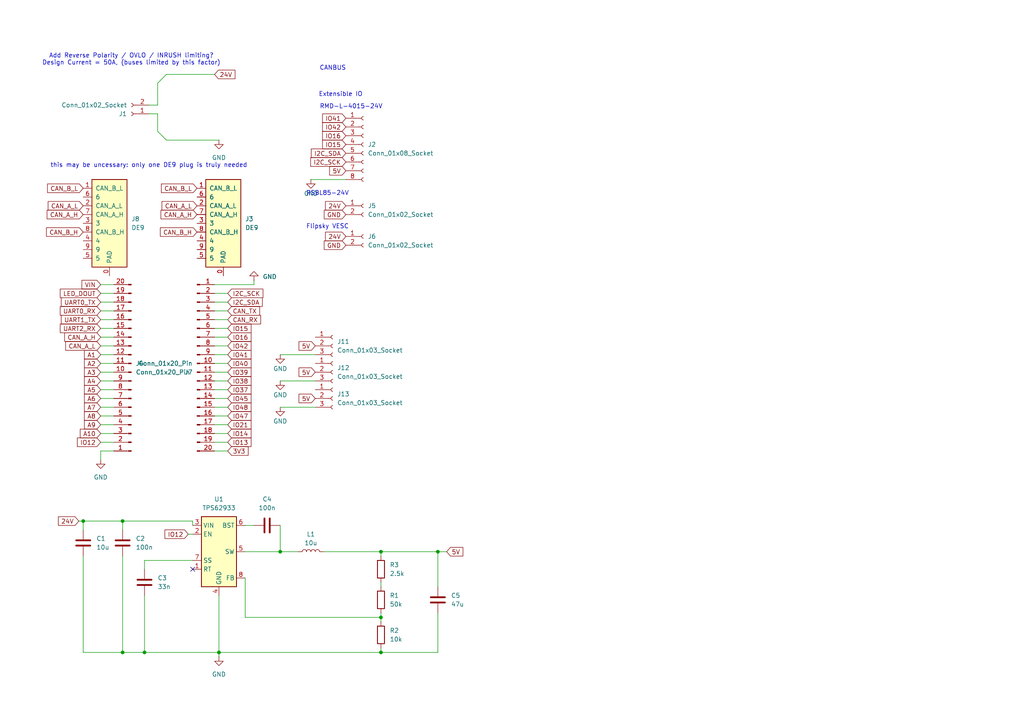
<source format=kicad_sch>
(kicad_sch (version 20250114) (generator "eeschema") (generator_version "9.0")
  (paper "A4")
  (lib_symbols
    (symbol "Connector:Conn_01x02_Socket" (pin_names (offset 1.016) (hide yes))
      (property "Reference" "J" (at 0 2.54 0))
      (property "Value" "Conn_01x02_Socket" (at 0 -5.08 0))
      (symbol "Conn_01x02_Socket_1_1"
        (polyline (pts (xy -1.27 0) (xy -0.508 0)) (stroke (width 0.1524)))
        (polyline (pts (xy -1.27 -2.54) (xy -0.508 -2.54)) (stroke (width 0.1524)))
        (arc (start 0 -0.508) (mid -0.5058 0) (end 0 0.508) (stroke (width 0.1524)))
        (arc (start 0 -3.048) (mid -0.5058 -2.54) (end 0 -2.032) (stroke (width 0.1524)))
        (pin passive line (at -5.08 0 0) (length 3.81) (name "Pin_1") (number "1"))
        (pin passive line (at -5.08 -2.54 0) (length 3.81) (name "Pin_2") (number "2"))
      )
    )
    (symbol "Connector:Conn_01x03_Socket" (pin_names (offset 1.016) (hide yes))
      (property "Reference" "J" (at 0 5.08 0))
      (property "Value" "Conn_01x03_Socket" (at 0 -5.08 0))
      (symbol "Conn_01x03_Socket_1_1"
        (polyline (pts (xy -1.27 2.54) (xy -0.508 2.54)) (stroke (width 0.1524)))
        (polyline (pts (xy -1.27 0) (xy -0.508 0)) (stroke (width 0.1524)))
        (polyline (pts (xy -1.27 -2.54) (xy -0.508 -2.54)) (stroke (width 0.1524)))
        (arc (start 0 2.032) (mid -0.5058 2.54) (end 0 3.048) (stroke (width 0.1524)))
        (arc (start 0 -0.508) (mid -0.5058 0) (end 0 0.508) (stroke (width 0.1524)))
        (arc (start 0 -3.048) (mid -0.5058 -2.54) (end 0 -2.032) (stroke (width 0.1524)))
        (pin passive line (at -5.08 2.54 0) (length 3.81) (name "Pin_1") (number "1"))
        (pin passive line (at -5.08 0 0) (length 3.81) (name "Pin_2") (number "2"))
        (pin passive line (at -5.08 -2.54 0) (length 3.81) (name "Pin_3") (number "3"))
      )
    )
    (symbol "Connector:Conn_01x08_Socket" (pin_names (offset 1.016) (hide yes))
      (property "Reference" "J" (at 0 10.16 0))
      (property "Value" "Conn_01x08_Socket" (at 0 -12.7 0))
      (symbol "Conn_01x08_Socket_1_1"
        (polyline (pts (xy -1.27 7.62) (xy -0.508 7.62)) (stroke (width 0.1524)))
        (polyline (pts (xy -1.27 5.08) (xy -0.508 5.08)) (stroke (width 0.1524)))
        (polyline (pts (xy -1.27 2.54) (xy -0.508 2.54)) (stroke (width 0.1524)))
        (polyline (pts (xy -1.27 0) (xy -0.508 0)) (stroke (width 0.1524)))
        (polyline (pts (xy -1.27 -2.54) (xy -0.508 -2.54)) (stroke (width 0.1524)))
        (polyline (pts (xy -1.27 -5.08) (xy -0.508 -5.08)) (stroke (width 0.1524)))
        (polyline (pts (xy -1.27 -7.62) (xy -0.508 -7.62)) (stroke (width 0.1524)))
        (polyline (pts (xy -1.27 -10.16) (xy -0.508 -10.16)) (stroke (width 0.1524)))
        (arc (start 0 7.112) (mid -0.5058 7.62) (end 0 8.128) (stroke (width 0.1524)))
        (arc (start 0 4.572) (mid -0.5058 5.08) (end 0 5.588) (stroke (width 0.1524)))
        (arc (start 0 2.032) (mid -0.5058 2.54) (end 0 3.048) (stroke (width 0.1524)))
        (arc (start 0 -0.508) (mid -0.5058 0) (end 0 0.508) (stroke (width 0.1524)))
        (arc (start 0 -3.048) (mid -0.5058 -2.54) (end 0 -2.032) (stroke (width 0.1524)))
        (arc (start 0 -5.588) (mid -0.5058 -5.08) (end 0 -4.572) (stroke (width 0.1524)))
        (arc (start 0 -8.128) (mid -0.5058 -7.62) (end 0 -7.112) (stroke (width 0.1524)))
        (arc (start 0 -10.668) (mid -0.5058 -10.16) (end 0 -9.652) (stroke (width 0.1524)))
        (pin passive line (at -5.08 7.62 0) (length 3.81) (name "Pin_1") (number "1"))
        (pin passive line (at -5.08 5.08 0) (length 3.81) (name "Pin_2") (number "2"))
        (pin passive line (at -5.08 2.54 0) (length 3.81) (name "Pin_3") (number "3"))
        (pin passive line (at -5.08 0 0) (length 3.81) (name "Pin_4") (number "4"))
        (pin passive line (at -5.08 -2.54 0) (length 3.81) (name "Pin_5") (number "5"))
        (pin passive line (at -5.08 -5.08 0) (length 3.81) (name "Pin_6") (number "6"))
        (pin passive line (at -5.08 -7.62 0) (length 3.81) (name "Pin_7") (number "7"))
        (pin passive line (at -5.08 -10.16 0) (length 3.81) (name "Pin_8") (number "8"))
      )
    )
    (symbol "Connector:Conn_01x20_Pin" (pin_names (offset 1.016) (hide yes))
      (property "Reference" "J" (at 0 25.4 0))
      (property "Value" "Conn_01x20_Pin" (at 0 -27.94 0))
      (symbol "Conn_01x20_Pin_1_1"
        (rectangle (start 0.8636 22.987) (end 0 22.733) (stroke (width 0.1524)) (fill (type outline)))
        (rectangle (start 0.8636 20.447) (end 0 20.193) (stroke (width 0.1524)) (fill (type outline)))
        (rectangle (start 0.8636 17.907) (end 0 17.653) (stroke (width 0.1524)) (fill (type outline)))
        (rectangle (start 0.8636 15.367) (end 0 15.113) (stroke (width 0.1524)) (fill (type outline)))
        (rectangle (start 0.8636 12.827) (end 0 12.573) (stroke (width 0.1524)) (fill (type outline)))
        (rectangle (start 0.8636 10.287) (end 0 10.033) (stroke (width 0.1524)) (fill (type outline)))
        (rectangle (start 0.8636 7.747) (end 0 7.493) (stroke (width 0.1524)) (fill (type outline)))
        (rectangle (start 0.8636 5.207) (end 0 4.953) (stroke (width 0.1524)) (fill (type outline)))
        (rectangle (start 0.8636 2.667) (end 0 2.413) (stroke (width 0.1524)) (fill (type outline)))
        (rectangle (start 0.8636 0.127) (end 0 -0.127) (stroke (width 0.1524)) (fill (type outline)))
        (rectangle (start 0.8636 -2.413) (end 0 -2.667) (stroke (width 0.1524)) (fill (type outline)))
        (rectangle (start 0.8636 -4.953) (end 0 -5.207) (stroke (width 0.1524)) (fill (type outline)))
        (rectangle (start 0.8636 -7.493) (end 0 -7.747) (stroke (width 0.1524)) (fill (type outline)))
        (rectangle (start 0.8636 -10.033) (end 0 -10.287) (stroke (width 0.1524)) (fill (type outline)))
        (rectangle (start 0.8636 -12.573) (end 0 -12.827) (stroke (width 0.1524)) (fill (type outline)))
        (rectangle (start 0.8636 -15.113) (end 0 -15.367) (stroke (width 0.1524)) (fill (type outline)))
        (rectangle (start 0.8636 -17.653) (end 0 -17.907) (stroke (width 0.1524)) (fill (type outline)))
        (rectangle (start 0.8636 -20.193) (end 0 -20.447) (stroke (width 0.1524)) (fill (type outline)))
        (rectangle (start 0.8636 -22.733) (end 0 -22.987) (stroke (width 0.1524)) (fill (type outline)))
        (rectangle (start 0.8636 -25.273) (end 0 -25.527) (stroke (width 0.1524)) (fill (type outline)))
        (polyline (pts (xy 1.27 22.86) (xy 0.8636 22.86)) (stroke (width 0.1524)))
        (polyline (pts (xy 1.27 20.32) (xy 0.8636 20.32)) (stroke (width 0.1524)))
        (polyline (pts (xy 1.27 17.78) (xy 0.8636 17.78)) (stroke (width 0.1524)))
        (polyline (pts (xy 1.27 15.24) (xy 0.8636 15.24)) (stroke (width 0.1524)))
        (polyline (pts (xy 1.27 12.7) (xy 0.8636 12.7)) (stroke (width 0.1524)))
        (polyline (pts (xy 1.27 10.16) (xy 0.8636 10.16)) (stroke (width 0.1524)))
        (polyline (pts (xy 1.27 7.62) (xy 0.8636 7.62)) (stroke (width 0.1524)))
        (polyline (pts (xy 1.27 5.08) (xy 0.8636 5.08)) (stroke (width 0.1524)))
        (polyline (pts (xy 1.27 2.54) (xy 0.8636 2.54)) (stroke (width 0.1524)))
        (polyline (pts (xy 1.27 0) (xy 0.8636 0)) (stroke (width 0.1524)))
        (polyline (pts (xy 1.27 -2.54) (xy 0.8636 -2.54)) (stroke (width 0.1524)))
        (polyline (pts (xy 1.27 -5.08) (xy 0.8636 -5.08)) (stroke (width 0.1524)))
        (polyline (pts (xy 1.27 -7.62) (xy 0.8636 -7.62)) (stroke (width 0.1524)))
        (polyline (pts (xy 1.27 -10.16) (xy 0.8636 -10.16)) (stroke (width 0.1524)))
        (polyline (pts (xy 1.27 -12.7) (xy 0.8636 -12.7)) (stroke (width 0.1524)))
        (polyline (pts (xy 1.27 -15.24) (xy 0.8636 -15.24)) (stroke (width 0.1524)))
        (polyline (pts (xy 1.27 -17.78) (xy 0.8636 -17.78)) (stroke (width 0.1524)))
        (polyline (pts (xy 1.27 -20.32) (xy 0.8636 -20.32)) (stroke (width 0.1524)))
        (polyline (pts (xy 1.27 -22.86) (xy 0.8636 -22.86)) (stroke (width 0.1524)))
        (polyline (pts (xy 1.27 -25.4) (xy 0.8636 -25.4)) (stroke (width 0.1524)))
        (pin passive line (at 5.08 22.86 180) (length 3.81) (name "Pin_1") (number "1"))
        (pin passive line (at 5.08 20.32 180) (length 3.81) (name "Pin_2") (number "2"))
        (pin passive line (at 5.08 17.78 180) (length 3.81) (name "Pin_3") (number "3"))
        (pin passive line (at 5.08 15.24 180) (length 3.81) (name "Pin_4") (number "4"))
        (pin passive line (at 5.08 12.7 180) (length 3.81) (name "Pin_5") (number "5"))
        (pin passive line (at 5.08 10.16 180) (length 3.81) (name "Pin_6") (number "6"))
        (pin passive line (at 5.08 7.62 180) (length 3.81) (name "Pin_7") (number "7"))
        (pin passive line (at 5.08 5.08 180) (length 3.81) (name "Pin_8") (number "8"))
        (pin passive line (at 5.08 2.54 180) (length 3.81) (name "Pin_9") (number "9"))
        (pin passive line (at 5.08 0 180) (length 3.81) (name "Pin_10") (number "10"))
        (pin passive line (at 5.08 -2.54 180) (length 3.81) (name "Pin_11") (number "11"))
        (pin passive line (at 5.08 -5.08 180) (length 3.81) (name "Pin_12") (number "12"))
        (pin passive line (at 5.08 -7.62 180) (length 3.81) (name "Pin_13") (number "13"))
        (pin passive line (at 5.08 -10.16 180) (length 3.81) (name "Pin_14") (number "14"))
        (pin passive line (at 5.08 -12.7 180) (length 3.81) (name "Pin_15") (number "15"))
        (pin passive line (at 5.08 -15.24 180) (length 3.81) (name "Pin_16") (number "16"))
        (pin passive line (at 5.08 -17.78 180) (length 3.81) (name "Pin_17") (number "17"))
        (pin passive line (at 5.08 -20.32 180) (length 3.81) (name "Pin_18") (number "18"))
        (pin passive line (at 5.08 -22.86 180) (length 3.81) (name "Pin_19") (number "19"))
        (pin passive line (at 5.08 -25.4 180) (length 3.81) (name "Pin_20") (number "20"))
      )
    )
    (symbol "Device:C" (pin_numbers (hide yes)) (pin_names (offset 0.254))
      (property "Reference" "C" (at 0.635 2.54 0))
      (property "Value" "C" (at 0.635 -2.54 0))
      (symbol "C_0_1"
        (polyline (pts (xy -2.032 0.762) (xy 2.032 0.762)) (stroke (width 0.508)))
        (polyline (pts (xy -2.032 -0.762) (xy 2.032 -0.762)) (stroke (width 0.508)))
      )
      (symbol "C_1_1"
        (pin passive line (at 0 3.81 270) (length 2.794) (name "~") (number "1"))
        (pin passive line (at 0 -3.81 90) (length 2.794) (name "~") (number "2"))
      )
    )
    (symbol "Device:L" (pin_numbers (hide yes)) (pin_names (offset 1.016) (hide yes))
      (property "Reference" "L" (at -1.27 0 90))
      (property "Value" "L" (at 1.905 0 90))
      (symbol "L_0_1"
        (arc (start 0 2.54) (mid 0.6323 1.905) (end 0 1.27))
        (arc (start 0 1.27) (mid 0.6323 0.635) (end 0 0))
        (arc (start 0 0) (mid 0.6323 -0.635) (end 0 -1.27))
        (arc (start 0 -1.27) (mid 0.6323 -1.905) (end 0 -2.54))
      )
      (symbol "L_1_1"
        (pin passive line (at 0 3.81 270) (length 1.27) (name "1") (number "1"))
        (pin passive line (at 0 -3.81 90) (length 1.27) (name "2") (number "2"))
      )
    )
    (symbol "Device:R" (pin_numbers (hide yes)) (pin_names (offset 0))
      (property "Reference" "R" (at 2.032 0 90))
      (property "Value" "R" (at 0 0 90))
      (symbol "R_0_1"
        (rectangle (start -1.016 -2.54) (end 1.016 2.54) (stroke (width 0.254)))
      )
      (symbol "R_1_1"
        (pin passive line (at 0 3.81 270) (length 1.27) (name "~") (number "1"))
        (pin passive line (at 0 -3.81 90) (length 1.27) (name "~") (number "2"))
      )
    )
    (symbol "Manufacturer_Connectors:A-DF_09_A/KG-T2S" (pin_names (offset 1.016))
      (property "Reference" "J" (at 0 16.51 0))
      (property "Value" "DE9" (at 0 14.605 0))
      (symbol "A-DF_09_A/KG-T2S_0_1"
        (polyline (pts (xy -5.08 12.7) (xy -5.08 -12.7) (xy 5.08 -12.7) (xy 5.08 12.7) (xy -5.08 12.7)) (stroke (width 0.254)) (fill (type background)))
      )
      (symbol "A-DF_09_A/KG-T2S_1_1"
        (pin passive line (at -7.62 10.16 0) (length 2.54) (name "1") (number "1") (alternate "CAN_B_L" passive line))
        (pin passive line (at -7.62 7.62 0) (length 2.54) (name "6") (number "6"))
        (pin passive line (at -7.62 5.08 0) (length 2.54) (name "2") (number "2") (alternate "CAN_A_L" passive line))
        (pin passive line (at -7.62 2.54 0) (length 2.54) (name "7") (number "7") (alternate "CAN_A_H" passive line))
        (pin passive line (at -7.62 0 0) (length 2.54) (name "3") (number "3"))
        (pin passive line (at -7.62 -2.54 0) (length 2.54) (name "8") (number "8") (alternate "CAN_B_H" passive line))
        (pin passive line (at -7.62 -5.08 0) (length 2.54) (name "4") (number "4"))
        (pin passive line (at -7.62 -7.62 0) (length 2.54) (name "9") (number "9"))
        (pin passive line (at -7.62 -10.16 0) (length 2.54) (name "5") (number "5"))
        (pin passive line (at 0 -15.24 90) (length 2.54) (name "PAD") (number "0"))
      )
    )
    (symbol "Regulator_Switching:TPS62933"
      (property "Reference" "U" (at 0 13.97 0))
      (property "Value" "TPS62933" (at 0 11.43 0))
      (symbol "TPS62933_0_1"
        (rectangle (start -5.08 10.16) (end 5.08 -10.16) (stroke (width 0.254)) (fill (type background)))
      )
      (symbol "TPS62933_1_1"
        (pin power_in line (at -7.62 7.62 0) (length 2.54) (name "VIN") (number "3"))
        (pin input line (at -7.62 5.08 0) (length 2.54) (name "EN") (number "2"))
        (pin passive line (at -7.62 -2.54 0) (length 2.54) (name "SS") (number "7"))
        (pin passive line (at -7.62 -5.08 0) (length 2.54) (name "RT") (number "1"))
        (pin power_in line (at 0 -12.7 90) (length 2.54) (name "GND") (number "4"))
        (pin passive line (at 7.62 7.62 180) (length 2.54) (name "BST") (number "6"))
        (pin output line (at 7.62 0 180) (length 2.54) (name "SW") (number "5"))
        (pin input line (at 7.62 -7.62 180) (length 2.54) (name "FB") (number "8"))
      )
    )
    (symbol "power:GND" (power) (pin_numbers (hide yes)) (pin_names (offset 0) (hide yes))
      (property "Value" "GND" (at 0 -3.81 0))
      (symbol "GND_0_1"
        (polyline (pts (xy 0 0) (xy 0 -1.27) (xy 1.27 -1.27) (xy 0 -2.54) (xy -1.27 -1.27) (xy 0 -1.27)))
      )
      (symbol "GND_1_1"
        (pin power_in line (at 0 0 270) (length 0) (name "~") (number "1"))
      )
    )
  )
  (text "Extensible IO" (at 98.806 27.432 0) (effects (font (size 1.27 1.27))))
  (text "this may be uncessary: only one DE9 plug is truly needed\n" (at 43.18 48.006 0) (effects (font (size 1.27 1.27))))
  (text "RMD-L-4015-24V\n" (at 101.854 30.988 0) (effects (font (size 1.27 1.27))))
  (text "Add Reverse Polarity / OVLO / INRUSH limiting?\nDesign Current = 50A, (buses limited by this factor)\n" (at 38.1 17.272 0) (effects (font (size 1.27 1.27))))
  (text "Flipsky VESC" (at 94.996 65.786 0) (effects (font (size 1.27 1.27))))
  (text "CANBUS\n" (at 96.52 19.812 0) (effects (font (size 1.27 1.27))))
  (text "RSBL85-24V" (at 94.996 56.134 0) (effects (font (size 1.27 1.27))))
  (junction (at 63.5 189.23))
  (junction (at 41.91 189.23))
  (junction (at 81.28 160.02))
  (junction (at 24.13 151.13))
  (junction (at 35.56 151.13))
  (junction (at 35.56 189.23))
  (junction (at 110.49 179.07))
  (junction (at 110.49 189.23))
  (junction (at 127 160.02))
  (junction (at 110.49 160.02))
  (no_connect (at 55.88 165.1))
  (bus_entry (at 45.72 38.1) (size 2.54 2.54))
  (bus_entry (at 48.26 21.59) (size -2.54 2.54))
  (wire (pts (xy 29.21 82.55) (xy 33.02 82.55)))
  (wire (pts (xy 24.13 151.13) (xy 22.86 151.13)))
  (wire (pts (xy 41.91 189.23) (xy 41.91 172.72)))
  (wire (pts (xy 29.21 130.81) (xy 33.02 130.81)))
  (wire (pts (xy 29.21 90.17) (xy 33.02 90.17)))
  (wire (pts (xy 66.04 105.41) (xy 62.23 105.41)))
  (wire (pts (xy 66.04 102.87) (xy 62.23 102.87)))
  (wire (pts (xy 110.49 177.8) (xy 110.49 179.07)))
  (wire (pts (xy 29.21 125.73) (xy 33.02 125.73)))
  (wire (pts (xy 127 177.8) (xy 127 189.23)))
  (wire (pts (xy 66.04 128.27) (xy 62.23 128.27)))
  (wire (pts (xy 66.04 123.19) (xy 62.23 123.19)))
  (wire (pts (xy 110.49 160.02) (xy 127 160.02)))
  (wire (pts (xy 29.21 115.57) (xy 33.02 115.57)))
  (wire (pts (xy 110.49 160.02) (xy 110.49 161.29)))
  (wire (pts (xy 71.12 167.64) (xy 71.12 179.07)))
  (wire (pts (xy 66.04 100.33) (xy 62.23 100.33)))
  (wire (pts (xy 29.21 85.09) (xy 33.02 85.09)))
  (wire (pts (xy 35.56 161.29) (xy 35.56 189.23)))
  (wire (pts (xy 71.12 160.02) (xy 81.28 160.02)))
  (wire (pts (xy 24.13 151.13) (xy 24.13 153.67)))
  (wire (pts (xy 127 160.02) (xy 129.54 160.02)))
  (wire (pts (xy 127 189.23) (xy 110.49 189.23)))
  (wire (pts (xy 73.66 81.28) (xy 73.66 82.55)))
  (wire (pts (xy 48.26 21.59) (xy 62.23 21.59)))
  (wire (pts (xy 66.04 87.63) (xy 62.23 87.63)))
  (wire (pts (xy 29.21 100.33) (xy 33.02 100.33)))
  (wire (pts (xy 66.04 125.73) (xy 62.23 125.73)))
  (wire (pts (xy 66.04 120.65) (xy 62.23 120.65)))
  (wire (pts (xy 110.49 179.07) (xy 110.49 180.34)))
  (wire (pts (xy 41.91 189.23) (xy 63.5 189.23)))
  (wire (pts (xy 55.88 151.13) (xy 55.88 152.4)))
  (wire (pts (xy 45.72 24.13) (xy 45.72 30.48)))
  (wire (pts (xy 81.28 118.11) (xy 91.44 118.11)))
  (wire (pts (xy 29.21 120.65) (xy 33.02 120.65)))
  (wire (pts (xy 48.26 40.64) (xy 63.5 40.64)))
  (wire (pts (xy 29.21 105.41) (xy 33.02 105.41)))
  (wire (pts (xy 66.04 130.81) (xy 62.23 130.81)))
  (wire (pts (xy 71.12 179.07) (xy 110.49 179.07)))
  (wire (pts (xy 29.21 95.25) (xy 33.02 95.25)))
  (wire (pts (xy 63.5 172.72) (xy 63.5 189.23)))
  (wire (pts (xy 93.98 160.02) (xy 110.49 160.02)))
  (wire (pts (xy 43.18 33.02) (xy 45.72 33.02)))
  (wire (pts (xy 66.04 95.25) (xy 62.23 95.25)))
  (wire (pts (xy 29.21 92.71) (xy 33.02 92.71)))
  (wire (pts (xy 29.21 118.11) (xy 33.02 118.11)))
  (wire (pts (xy 45.72 33.02) (xy 45.72 38.1)))
  (wire (pts (xy 81.28 102.87) (xy 91.44 102.87)))
  (wire (pts (xy 35.56 151.13) (xy 35.56 153.67)))
  (wire (pts (xy 35.56 189.23) (xy 41.91 189.23)))
  (wire (pts (xy 63.5 189.23) (xy 110.49 189.23)))
  (wire (pts (xy 24.13 151.13) (xy 35.56 151.13)))
  (wire (pts (xy 54.61 154.94) (xy 55.88 154.94)))
  (wire (pts (xy 24.13 189.23) (xy 35.56 189.23)))
  (wire (pts (xy 127 160.02) (xy 127 170.18)))
  (wire (pts (xy 29.21 97.79) (xy 33.02 97.79)))
  (wire (pts (xy 41.91 165.1) (xy 41.91 162.56)))
  (wire (pts (xy 110.49 189.23) (xy 110.49 187.96)))
  (wire (pts (xy 29.21 87.63) (xy 33.02 87.63)))
  (wire (pts (xy 110.49 168.91) (xy 110.49 170.18)))
  (wire (pts (xy 66.04 90.17) (xy 62.23 90.17)))
  (wire (pts (xy 29.21 102.87) (xy 33.02 102.87)))
  (wire (pts (xy 43.18 30.48) (xy 45.72 30.48)))
  (wire (pts (xy 29.21 130.81) (xy 29.21 133.35)))
  (wire (pts (xy 66.04 113.03) (xy 62.23 113.03)))
  (wire (pts (xy 66.04 92.71) (xy 62.23 92.71)))
  (wire (pts (xy 73.66 152.4) (xy 71.12 152.4)))
  (wire (pts (xy 24.13 161.29) (xy 24.13 189.23)))
  (wire (pts (xy 81.28 110.49) (xy 91.44 110.49)))
  (wire (pts (xy 29.21 107.95) (xy 33.02 107.95)))
  (wire (pts (xy 81.28 152.4) (xy 81.28 160.02)))
  (wire (pts (xy 66.04 97.79) (xy 62.23 97.79)))
  (wire (pts (xy 66.04 107.95) (xy 62.23 107.95)))
  (wire (pts (xy 66.04 118.11) (xy 62.23 118.11)))
  (wire (pts (xy 29.21 128.27) (xy 33.02 128.27)))
  (wire (pts (xy 81.28 160.02) (xy 86.36 160.02)))
  (wire (pts (xy 66.04 85.09) (xy 62.23 85.09)))
  (wire (pts (xy 66.04 115.57) (xy 62.23 115.57)))
  (wire (pts (xy 29.21 113.03) (xy 33.02 113.03)))
  (wire (pts (xy 41.91 162.56) (xy 55.88 162.56)))
  (wire (pts (xy 35.56 151.13) (xy 55.88 151.13)))
  (wire (pts (xy 66.04 110.49) (xy 62.23 110.49)))
  (wire (pts (xy 63.5 189.23) (xy 63.5 190.5)))
  (wire (pts (xy 90.17 52.07) (xy 100.33 52.07)))
  (wire (pts (xy 29.21 123.19) (xy 33.02 123.19)))
  (wire (pts (xy 62.23 82.55) (xy 73.66 82.55)))
  (wire (pts (xy 29.21 110.49) (xy 33.02 110.49)))
  (global_label "IO38" (shape input) (at 66.04 110.49 0) (property "Intersheetrefs" "${INTERSHEET_REFS}" (effects (hide yes))))
  (global_label "IO15" (shape input) (at 66.04 95.25 0) (property "Intersheetrefs" "${INTERSHEET_REFS}" (effects (hide yes))))
  (global_label "UART2_RX" (shape input) (at 29.21 95.25 180) (property "Intersheetrefs" "${INTERSHEET_REFS}" (effects (hide yes))))
  (global_label "A10" (shape input) (at 29.21 125.73 180) (property "Intersheetrefs" "${INTERSHEET_REFS}" (effects (hide yes))))
  (global_label "24V" (shape input) (at 100.33 59.69 180) (property "Intersheetrefs" "${INTERSHEET_REFS}" (effects (hide yes))))
  (global_label "IO12" (shape input) (at 54.61 154.94 180) (property "Intersheetrefs" "${INTERSHEET_REFS}" (effects (hide yes))))
  (global_label "IO41" (shape input) (at 66.04 102.87 0) (property "Intersheetrefs" "${INTERSHEET_REFS}" (effects (hide yes))))
  (global_label "CAN_A_H" (shape input) (at 24.13 62.23 180) (property "Intersheetrefs" "${INTERSHEET_REFS}" (effects (hide yes))))
  (global_label "A6" (shape input) (at 29.21 115.57 180) (property "Intersheetrefs" "${INTERSHEET_REFS}" (effects (hide yes))))
  (global_label "5V" (shape input) (at 129.54 160.02 0) (property "Intersheetrefs" "${INTERSHEET_REFS}" (effects (hide yes))))
  (global_label "GND" (shape input) (at 100.33 71.12 180) (property "Intersheetrefs" "${INTERSHEET_REFS}" (effects (hide yes))))
  (global_label "CAN_A_L" (shape input) (at 24.13 59.69 180) (property "Intersheetrefs" "${INTERSHEET_REFS}" (effects (hide yes))))
  (global_label "A2" (shape input) (at 29.21 105.41 180) (property "Intersheetrefs" "${INTERSHEET_REFS}" (effects (hide yes))))
  (global_label "5V" (shape input) (at 100.33 49.53 180) (property "Intersheetrefs" "${INTERSHEET_REFS}" (effects (hide yes))))
  (global_label "IO39" (shape input) (at 66.04 107.95 0) (property "Intersheetrefs" "${INTERSHEET_REFS}" (effects (hide yes))))
  (global_label "I2C_SCK" (shape input) (at 100.33 46.99 180) (property "Intersheetrefs" "${INTERSHEET_REFS}" (effects (hide yes))))
  (global_label "I2C_SDA" (shape input) (at 66.04 87.63 0) (property "Intersheetrefs" "${INTERSHEET_REFS}" (effects (hide yes))))
  (global_label "IO12" (shape input) (at 29.21 128.27 180) (property "Intersheetrefs" "${INTERSHEET_REFS}" (effects (hide yes))))
  (global_label "CAN_RX" (shape input) (at 66.04 92.71 0) (property "Intersheetrefs" "${INTERSHEET_REFS}" (effects (hide yes))))
  (global_label "5V" (shape input) (at 91.44 100.33 180) (property "Intersheetrefs" "${INTERSHEET_REFS}" (effects (hide yes))))
  (global_label "IO47" (shape input) (at 66.04 120.65 0) (property "Intersheetrefs" "${INTERSHEET_REFS}" (effects (hide yes))))
  (global_label "IO48" (shape input) (at 66.04 118.11 0) (property "Intersheetrefs" "${INTERSHEET_REFS}" (effects (hide yes))))
  (global_label "UART0_TX" (shape input) (at 29.21 87.63 180) (property "Intersheetrefs" "${INTERSHEET_REFS}" (effects (hide yes))))
  (global_label "CAN_A_L" (shape input) (at 57.15 59.69 180) (property "Intersheetrefs" "${INTERSHEET_REFS}" (effects (hide yes))))
  (global_label "24V" (shape input) (at 62.23 21.59 0) (property "Intersheetrefs" "${INTERSHEET_REFS}" (effects (hide yes))))
  (global_label "LED_DOUT" (shape input) (at 29.21 85.09 180) (property "Intersheetrefs" "${INTERSHEET_REFS}" (effects (hide yes))))
  (global_label "IO15" (shape input) (at 100.33 41.91 180) (property "Intersheetrefs" "${INTERSHEET_REFS}" (effects (hide yes))))
  (global_label "IO41" (shape input) (at 100.33 34.29 180) (property "Intersheetrefs" "${INTERSHEET_REFS}" (effects (hide yes))))
  (global_label "5V" (shape input) (at 91.44 115.57 180) (property "Intersheetrefs" "${INTERSHEET_REFS}" (effects (hide yes))))
  (global_label "CAN_A_H" (shape input) (at 29.21 97.79 180) (property "Intersheetrefs" "${INTERSHEET_REFS}" (effects (hide yes))))
  (global_label "IO42" (shape input) (at 100.33 36.83 180) (property "Intersheetrefs" "${INTERSHEET_REFS}" (effects (hide yes))))
  (global_label "I2C_SDA" (shape input) (at 100.33 44.45 180) (property "Intersheetrefs" "${INTERSHEET_REFS}" (effects (hide yes))))
  (global_label "24V" (shape input) (at 100.33 68.58 180) (property "Intersheetrefs" "${INTERSHEET_REFS}" (effects (hide yes))))
  (global_label "3V3" (shape input) (at 66.04 130.81 0) (property "Intersheetrefs" "${INTERSHEET_REFS}" (effects (hide yes))))
  (global_label "CAN_B_H" (shape input) (at 57.15 67.31 180) (property "Intersheetrefs" "${INTERSHEET_REFS}" (effects (hide yes))))
  (global_label "24V" (shape input) (at 22.86 151.13 180) (property "Intersheetrefs" "${INTERSHEET_REFS}" (effects (hide yes))))
  (global_label "CAN_A_L" (shape input) (at 29.21 100.33 180) (property "Intersheetrefs" "${INTERSHEET_REFS}" (effects (hide yes))))
  (global_label "A9" (shape input) (at 29.21 123.19 180) (property "Intersheetrefs" "${INTERSHEET_REFS}" (effects (hide yes))))
  (global_label "IO14" (shape input) (at 66.04 125.73 0) (property "Intersheetrefs" "${INTERSHEET_REFS}" (effects (hide yes))))
  (global_label "IO21" (shape input) (at 66.04 123.19 0) (property "Intersheetrefs" "${INTERSHEET_REFS}" (effects (hide yes))))
  (global_label "A3" (shape input) (at 29.21 107.95 180) (property "Intersheetrefs" "${INTERSHEET_REFS}" (effects (hide yes))))
  (global_label "GND" (shape input) (at 100.33 62.23 180) (property "Intersheetrefs" "${INTERSHEET_REFS}" (effects (hide yes))))
  (global_label "VIN" (shape input) (at 29.21 82.55 180) (property "Intersheetrefs" "${INTERSHEET_REFS}" (effects (hide yes))))
  (global_label "IO13" (shape input) (at 66.04 128.27 0) (property "Intersheetrefs" "${INTERSHEET_REFS}" (effects (hide yes))))
  (global_label "A5" (shape input) (at 29.21 113.03 180) (property "Intersheetrefs" "${INTERSHEET_REFS}" (effects (hide yes))))
  (global_label "UART1_TX" (shape input) (at 29.21 92.71 180) (property "Intersheetrefs" "${INTERSHEET_REFS}" (effects (hide yes))))
  (global_label "CAN_A_H" (shape input) (at 57.15 62.23 180) (property "Intersheetrefs" "${INTERSHEET_REFS}" (effects (hide yes))))
  (global_label "A1" (shape input) (at 29.21 102.87 180) (property "Intersheetrefs" "${INTERSHEET_REFS}" (effects (hide yes))))
  (global_label "CAN_B_H" (shape input) (at 24.13 67.31 180) (property "Intersheetrefs" "${INTERSHEET_REFS}" (effects (hide yes))))
  (global_label "CAN_TX" (shape input) (at 66.04 90.17 0) (property "Intersheetrefs" "${INTERSHEET_REFS}" (effects (hide yes))))
  (global_label "IO40" (shape input) (at 66.04 105.41 0) (property "Intersheetrefs" "${INTERSHEET_REFS}" (effects (hide yes))))
  (global_label "CAN_B_L" (shape input) (at 24.13 54.61 180) (property "Intersheetrefs" "${INTERSHEET_REFS}" (effects (hide yes))))
  (global_label "IO16" (shape input) (at 100.33 39.37 180) (property "Intersheetrefs" "${INTERSHEET_REFS}" (effects (hide yes))))
  (global_label "IO42" (shape input) (at 66.04 100.33 0) (property "Intersheetrefs" "${INTERSHEET_REFS}" (effects (hide yes))))
  (global_label "IO45" (shape input) (at 66.04 115.57 0) (property "Intersheetrefs" "${INTERSHEET_REFS}" (effects (hide yes))))
  (global_label "A4" (shape input) (at 29.21 110.49 180) (property "Intersheetrefs" "${INTERSHEET_REFS}" (effects (hide yes))))
  (global_label "IO37" (shape input) (at 66.04 113.03 0) (property "Intersheetrefs" "${INTERSHEET_REFS}" (effects (hide yes))))
  (global_label "IO16" (shape input) (at 66.04 97.79 0) (property "Intersheetrefs" "${INTERSHEET_REFS}" (effects (hide yes))))
  (global_label "A7" (shape input) (at 29.21 118.11 180) (property "Intersheetrefs" "${INTERSHEET_REFS}" (effects (hide yes))))
  (global_label "I2C_SCK" (shape input) (at 66.04 85.09 0) (property "Intersheetrefs" "${INTERSHEET_REFS}" (effects (hide yes))))
  (global_label "UART0_RX" (shape input) (at 29.21 90.17 180) (property "Intersheetrefs" "${INTERSHEET_REFS}" (effects (hide yes))))
  (global_label "A8" (shape input) (at 29.21 120.65 180) (property "Intersheetrefs" "${INTERSHEET_REFS}" (effects (hide yes))))
  (global_label "CAN_B_L" (shape input) (at 57.15 54.61 180) (property "Intersheetrefs" "${INTERSHEET_REFS}" (effects (hide yes))))
  (global_label "5V" (shape input) (at 91.44 107.95 180) (property "Intersheetrefs" "${INTERSHEET_REFS}" (effects (hide yes))))
  (symbol (lib_id "power:GND") (at 73.66 81.28 180) (unit 1)
    (property "Reference" "#PWR03" (effects (hide yes)))
    (property "Value" "GND" (at 78.232 80.264 0))
    (property "Description" "Power symbol creates a global label with name \"GND\" , ground" (effects (hide yes)))
  )
  (symbol (lib_id "Device:C") (at 127 173.99 0) (unit 1)
    (property "Reference" "C5" (at 130.81 172.7199 0) (effects (justify left)))
    (property "Value" "47u" (at 130.81 175.2599 0) (effects (justify left)))
    (property "Footprint" "Capacitor_SMD:C_1808_4520Metric" (effects (hide yes)))
    (property "Description" "Low ESR (>10mOhm)" (effects (hide yes)))
  )
  (symbol (lib_id "Device:C") (at 77.47 152.4 90) (unit 1)
    (property "Reference" "C4" (at 77.47 144.78 90))
    (property "Value" "100n" (at 77.47 147.32 90))
    (property "Footprint" "Capacitor_SMD:C_0603_1608Metric" (effects (hide yes)))
    (property "Description" "Unpolarized capacitor" (effects (hide yes)))
  )
  (symbol (lib_id "Connector:Conn_01x03_Socket") (at 96.52 115.57 0) (unit 1)
    (property "Reference" "J13" (at 97.79 114.2999 0) (effects (justify left)))
    (property "Value" "Conn_01x03_Socket" (at 97.79 116.8399 0) (effects (justify left)))
    (property "Footprint" "Connector_JST:JST_EH_B3B-EH-A_1x03_P2.50mm_Vertical" (effects (hide yes)))
    (property "Description" "Generic connector, single row, 01x03, script generated" (effects (hide yes)))
  )
  (symbol (lib_id "power:GND") (at 81.28 110.49 0) (unit 1)
    (property "Reference" "#PWR08" (effects (hide yes)))
    (property "Value" "GND" (at 81.28 114.554 0))
    (property "Description" "Power symbol creates a global label with name \"GND\" , ground" (effects (hide yes)))
  )
  (symbol (lib_id "power:GND") (at 81.28 118.11 0) (unit 1)
    (property "Reference" "#PWR07" (effects (hide yes)))
    (property "Value" "GND" (at 81.28 122.174 0))
    (property "Description" "Power symbol creates a global label with name \"GND\" , ground" (effects (hide yes)))
  )
  (symbol (lib_id "power:GND") (at 63.5 190.5 0) (unit 1)
    (property "Reference" "#PWR05" (effects (hide yes)))
    (property "Value" "GND" (at 63.5 195.58 0))
    (property "Description" "Power symbol creates a global label with name \"GND\" , ground" (effects (hide yes)))
  )
  (symbol (lib_id "Connector:Conn_01x20_Pin") (at 57.15 105.41 0) (unit 1)
    (property "Reference" "J7" (at 55.88 107.9501 0) (effects (justify right)))
    (property "Value" "Conn_01x20_Pin" (at 55.88 105.4101 0) (effects (justify right)))
    (property "Footprint" "Connector_PinHeader_2.54mm:PinHeader_1x20_P2.54mm_Vertical" (effects (hide yes)))
    (property "Description" "Generic connector, single row, 01x20, script generated" (effects (hide yes)))
  )
  (symbol (lib_id "Device:C") (at 24.13 157.48 0) (unit 1)
    (property "Reference" "C1" (at 27.94 156.2099 0) (effects (justify left)))
    (property "Value" "10u" (at 27.94 158.7499 0) (effects (justify left)))
    (property "Footprint" "Capacitor_SMD:C_0603_1608Metric" (effects (hide yes)))
    (property "Description" "Unpolarized capacitor" (effects (hide yes)))
  )
  (symbol (lib_id "Device:C") (at 35.56 157.48 0) (unit 1)
    (property "Reference" "C2" (at 39.37 156.2099 0) (effects (justify left)))
    (property "Value" "100n" (at 39.37 158.7499 0) (effects (justify left)))
    (property "Footprint" "Capacitor_SMD:C_0603_1608Metric" (effects (hide yes)))
    (property "Description" "Unpolarized capacitor" (effects (hide yes)))
  )
  (symbol (lib_id "Connector:Conn_01x03_Socket") (at 96.52 107.95 0) (unit 1)
    (property "Reference" "J12" (at 97.79 106.6799 0) (effects (justify left)))
    (property "Value" "Conn_01x03_Socket" (at 97.79 109.2199 0) (effects (justify left)))
    (property "Footprint" "Connector_JST:JST_EH_B3B-EH-A_1x03_P2.50mm_Vertical" (effects (hide yes)))
    (property "Description" "Generic connector, single row, 01x03, script generated" (effects (hide yes)))
  )
  (symbol (lib_id "Connector:Conn_01x02_Socket") (at 105.41 68.58 0) (unit 1)
    (property "Reference" "J6" (at 106.68 68.5799 0) (effects (justify left)))
    (property "Value" "Conn_01x02_Socket" (at 106.68 71.1199 0) (effects (justify left)))
    (property "Footprint" "Connector_AMASS:AMASS_XT90PW-M_1x02_P10.90mm_Horizontal" (effects (hide yes)))
    (property "Description" "Generic connector, single row, 01x02, script generated" (effects (hide yes)))
  )
  (symbol (lib_id "power:GND") (at 90.17 52.07 0) (unit 1)
    (property "Reference" "#PWR04" (effects (hide yes)))
    (property "Value" "GND" (at 90.17 56.134 0))
    (property "Description" "Power symbol creates a global label with name \"GND\" , ground" (effects (hide yes)))
  )
  (symbol (lib_id "Connector:Conn_01x02_Socket") (at 105.41 59.69 0) (unit 1)
    (property "Reference" "J5" (at 106.68 59.6899 0) (effects (justify left)))
    (property "Value" "Conn_01x02_Socket" (at 106.68 62.2299 0) (effects (justify left)))
    (property "Footprint" "Connector_AMASS:AMASS_XT90PW-M_1x02_P10.90mm_Horizontal" (effects (hide yes)))
    (property "Description" "Generic connector, single row, 01x02, script generated" (effects (hide yes)))
  )
  (symbol (lib_id "Manufacturer_Connectors:A-DF_09_A/KG-T2S") (at 31.75 64.77 0) (unit 1)
    (property "Reference" "J8" (at 38.1 63.4999 0) (effects (justify left)))
    (property "Value" "DE9" (at 38.1 66.0399 0) (effects (justify left)))
    (property "Footprint" "THT:A-DF_09_A_KG-T2S" (effects (hide yes)))
    (property "Datasheet" "http://www.assmann-wsw.com/uploads/datasheets/ASS_4888_CO.pdf" (effects (hide yes)))
    (property "Description" "9-pin D-SUB connector, socket (female), Mounting Hole" (effects (hide yes)))
    (property "Supplier" "DigiKey" (effects (hide yes)))
    (property "Supplier Part No" "AE10921-ND" (effects (hide yes)))
    (property "Supplier Link" "https://www.digikey.com.au/en/products/detail/assmann-wsw-components/A-DF-09-A-KG-T2S/1241800" (effects (hide yes)))
    (pin "2" (alternate "CAN_A_L"))
    (pin "7" (alternate "CAN_A_H"))
    (pin "1" (alternate "CAN_B_L"))
    (pin "8" (alternate "CAN_B_H"))
  )
  (symbol (lib_id "Device:R") (at 110.49 165.1 0) (unit 1)
    (property "Reference" "R3" (at 113.03 163.8299 0) (effects (justify left)))
    (property "Value" "2.5k" (at 113.03 166.3699 0) (effects (justify left)))
    (property "Footprint" "Resistor_SMD:R_0603_1608Metric_Pad0.98x0.95mm_HandSolder" (effects (hide yes)))
    (property "Description" "Resistor" (effects (hide yes)))
  )
  (symbol (lib_id "Connector:Conn_01x20_Pin") (at 38.1 107.95 180) (unit 1)
    (property "Reference" "J4" (at 39.37 105.4099 0) (effects (justify right)))
    (property "Value" "Conn_01x20_Pin" (at 39.37 107.9499 0) (effects (justify right)))
    (property "Footprint" "Connector_PinHeader_2.54mm:PinHeader_1x20_P2.54mm_Vertical" (effects (hide yes)))
    (property "Description" "Generic connector, single row, 01x20, script generated" (effects (hide yes)))
  )
  (symbol (lib_id "power:GND") (at 29.21 133.35 0) (unit 1)
    (property "Reference" "#PWR02" (effects (hide yes)))
    (property "Value" "GND" (at 29.21 138.43 0))
    (property "Description" "Power symbol creates a global label with name \"GND\" , ground" (effects (hide yes)))
  )
  (symbol (lib_id "Device:C") (at 41.91 168.91 180) (unit 1)
    (property "Reference" "C3" (at 45.72 167.6399 0) (effects (justify right)))
    (property "Value" "33n" (at 45.72 170.1799 0) (effects (justify right)))
    (property "Footprint" "Capacitor_SMD:C_0603_1608Metric" (effects (hide yes)))
    (property "Description" "Unpolarized capacitor" (effects (hide yes)))
  )
  (symbol (lib_id "Device:R") (at 110.49 184.15 0) (unit 1)
    (property "Reference" "R2" (at 113.03 182.8799 0) (effects (justify left)))
    (property "Value" "10k" (at 113.03 185.4199 0) (effects (justify left)))
    (property "Footprint" "Resistor_SMD:R_0603_1608Metric_Pad0.98x0.95mm_HandSolder" (effects (hide yes)))
    (property "Description" "Resistor" (effects (hide yes)))
  )
  (symbol (lib_id "Regulator_Switching:TPS62933") (at 63.5 160.02 0) (unit 1)
    (property "Reference" "U1" (at 63.5 144.78 0))
    (property "Value" "TPS62933" (at 63.5 147.32 0))
    (property "Footprint" "Package_TO_SOT_SMD:SOT-583-8" (effects (hide yes)))
    (property "Datasheet" "https://www.ti.com/lit/ds/symlink/tps62933.pdf" (effects (hide yes)))
    (property "Description" "3.8-30V, 3A Synchronous Buck Converters with pulse frequency modulation (PFM), SOT583-8: RT programs fsw" (effects (hide yes)))
  )
  (symbol (lib_id "power:GND") (at 81.28 102.87 0) (unit 1)
    (property "Reference" "#PWR06" (effects (hide yes)))
    (property "Value" "GND" (at 81.28 106.934 0))
    (property "Description" "Power symbol creates a global label with name \"GND\" , ground" (effects (hide yes)))
  )
  (symbol (lib_id "Device:L") (at 90.17 160.02 90) (unit 1)
    (property "Reference" "L1" (at 90.17 154.94 90))
    (property "Value" "10u" (at 90.17 157.48 90))
    (property "Footprint" "Inductor_SMD:L_Bourns_SRR1210A" (effects (hide yes)))
    (property "Description" "Inductor" (effects (hide yes)))
  )
  (symbol (lib_id "Manufacturer_Connectors:A-DF_09_A/KG-T2S") (at 64.77 64.77 0) (unit 1)
    (property "Reference" "J3" (at 71.12 63.4999 0) (effects (justify left)))
    (property "Value" "DE9" (at 71.12 66.0399 0) (effects (justify left)))
    (property "Footprint" "THT:A-DF_09_A_KG-T2S" (effects (hide yes)))
    (property "Datasheet" "http://www.assmann-wsw.com/uploads/datasheets/ASS_4888_CO.pdf" (effects (hide yes)))
    (property "Description" "9-pin D-SUB connector, socket (female), Mounting Hole" (effects (hide yes)))
    (property "Supplier" "DigiKey" (effects (hide yes)))
    (property "Supplier Part No" "AE10921-ND" (effects (hide yes)))
    (property "Supplier Link" "https://www.digikey.com.au/en/products/detail/assmann-wsw-components/A-DF-09-A-KG-T2S/1241800" (effects (hide yes)))
    (pin "2" (alternate "CAN_A_L"))
    (pin "7" (alternate "CAN_A_H"))
    (pin "1" (alternate "CAN_B_L"))
    (pin "8" (alternate "CAN_B_H"))
  )
  (symbol (lib_id "Device:R") (at 110.49 173.99 0) (unit 1)
    (property "Reference" "R1" (at 113.03 172.7199 0) (effects (justify left)))
    (property "Value" "50k" (at 113.03 175.2599 0) (effects (justify left)))
    (property "Footprint" "Resistor_SMD:R_0603_1608Metric_Pad0.98x0.95mm_HandSolder" (effects (hide yes)))
    (property "Description" "Resistor" (effects (hide yes)))
  )
  (symbol (lib_id "Connector:Conn_01x03_Socket") (at 96.52 100.33 0) (unit 1)
    (property "Reference" "J11" (at 97.79 99.0599 0) (effects (justify left)))
    (property "Value" "Conn_01x03_Socket" (at 97.79 101.5999 0) (effects (justify left)))
    (property "Footprint" "Connector_JST:JST_EH_B3B-EH-A_1x03_P2.50mm_Vertical" (effects (hide yes)))
    (property "Description" "Generic connector, single row, 01x03, script generated" (effects (hide yes)))
  )
  (symbol (lib_id "power:GND") (at 63.5 40.64 0) (unit 1)
    (property "Reference" "#PWR01" (effects (hide yes)))
    (property "Value" "GND" (at 63.5 45.72 0))
    (property "Description" "Power symbol creates a global label with name \"GND\" , ground" (effects (hide yes)))
  )
  (symbol (lib_id "Connector:Conn_01x08_Socket") (at 105.41 41.91 0) (unit 1)
    (property "Reference" "J2" (at 106.68 41.9099 0) (effects (justify left)))
    (property "Value" "Conn_01x08_Socket" (at 106.68 44.4499 0) (effects (justify left)))
    (property "Footprint" "Connector_JST:JST_EH_B8B-EH-A_1x08_P2.50mm_Vertical" (effects (hide yes)))
    (property "Description" "Generic connector, single row, 01x08, script generated" (effects (hide yes)))
  )
  (symbol (lib_id "Connector:Conn_01x02_Socket") (at 38.1 33.02 180) (unit 1)
    (property "Reference" "J1" (at 36.83 33.0201 0) (effects (justify left)))
    (property "Value" "Conn_01x02_Socket" (at 36.83 30.4801 0) (effects (justify left)))
    (property "Footprint" "Connector_AMASS:AMASS_XT90PW-M_1x02_P10.90mm_Horizontal" (effects (hide yes)))
    (property "Description" "Generic connector, single row, 01x02, script generated" (effects (hide yes)))
  )
)
</source>
